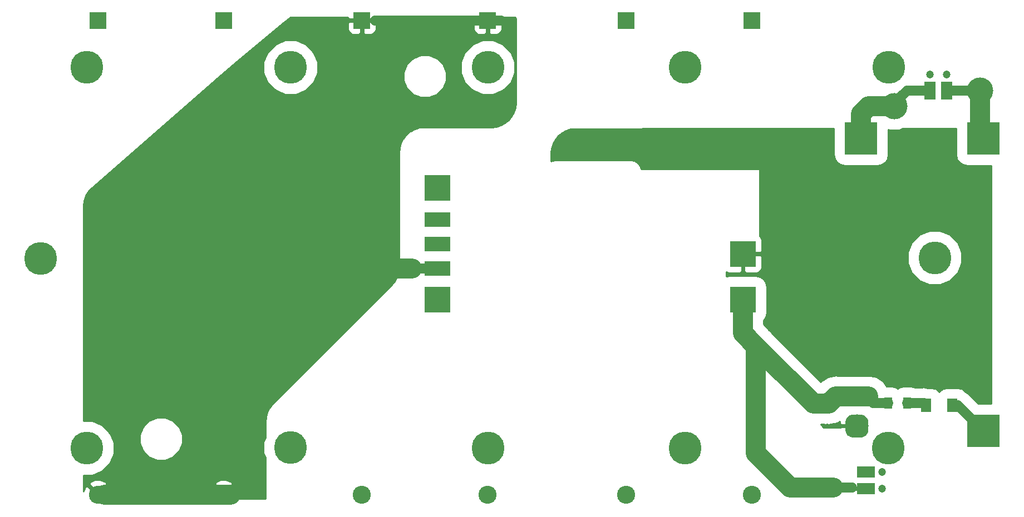
<source format=gbl>
G04 #@! TF.GenerationSoftware,KiCad,Pcbnew,(5.0.2)-1*
G04 #@! TF.CreationDate,2019-05-03T13:20:24-04:00*
G04 #@! TF.ProjectId,2p3s-pwr-pack,32703373-2d70-4777-922d-7061636b2e6b,V1*
G04 #@! TF.SameCoordinates,Original*
G04 #@! TF.FileFunction,Copper,L2,Bot*
G04 #@! TF.FilePolarity,Positive*
%FSLAX46Y46*%
G04 Gerber Fmt 4.6, Leading zero omitted, Abs format (unit mm)*
G04 Created by KiCad (PCBNEW (5.0.2)-1) date 5/3/2019 1:20:24 PM*
%MOMM*%
%LPD*%
G01*
G04 APERTURE LIST*
G04 #@! TA.AperFunction,Conductor*
%ADD10C,0.150000*%
G04 #@! TD*
G04 #@! TA.AperFunction,ComponentPad*
%ADD11C,3.500000*%
G04 #@! TD*
G04 #@! TA.AperFunction,ComponentPad*
%ADD12R,5.000000X5.000000*%
G04 #@! TD*
G04 #@! TA.AperFunction,ComponentPad*
%ADD13R,2.500000X2.500000*%
G04 #@! TD*
G04 #@! TA.AperFunction,ComponentPad*
%ADD14C,2.750000*%
G04 #@! TD*
G04 #@! TA.AperFunction,ComponentPad*
%ADD15C,1.200000*%
G04 #@! TD*
G04 #@! TA.AperFunction,ComponentPad*
%ADD16R,2.700000X1.700000*%
G04 #@! TD*
G04 #@! TA.AperFunction,ComponentPad*
%ADD17C,4.000000*%
G04 #@! TD*
G04 #@! TA.AperFunction,ComponentPad*
%ADD18R,4.000000X4.000000*%
G04 #@! TD*
G04 #@! TA.AperFunction,ComponentPad*
%ADD19R,4.000000X2.300000*%
G04 #@! TD*
G04 #@! TA.AperFunction,ComponentPad*
%ADD20C,5.000000*%
G04 #@! TD*
G04 #@! TA.AperFunction,SMDPad,CuDef*
%ADD21R,1.524000X2.000000*%
G04 #@! TD*
G04 #@! TA.AperFunction,ComponentPad*
%ADD22R,1.700000X2.700000*%
G04 #@! TD*
G04 #@! TA.AperFunction,SMDPad,CuDef*
%ADD23R,1.150000X1.700000*%
G04 #@! TD*
G04 #@! TA.AperFunction,Conductor*
%ADD24C,0.635000*%
G04 #@! TD*
G04 #@! TA.AperFunction,Conductor*
%ADD25C,1.524000*%
G04 #@! TD*
G04 #@! TA.AperFunction,Conductor*
%ADD26C,3.048000*%
G04 #@! TD*
G04 #@! TA.AperFunction,Conductor*
%ADD27C,0.254000*%
G04 #@! TD*
G04 APERTURE END LIST*
D10*
G04 #@! TO.N,GND1*
G04 #@! TO.C,MOD1*
G36*
X184493871Y-127475299D02*
X184612786Y-127492938D01*
X184729399Y-127522148D01*
X184842587Y-127562648D01*
X184951261Y-127614046D01*
X185054374Y-127675850D01*
X185150932Y-127747462D01*
X185240006Y-127828194D01*
X185320738Y-127917268D01*
X185392350Y-128013826D01*
X185454154Y-128116939D01*
X185505552Y-128225613D01*
X185546052Y-128338801D01*
X185575262Y-128455414D01*
X185592901Y-128574329D01*
X185598800Y-128694400D01*
X185598800Y-129744400D01*
X185592901Y-129864471D01*
X185575262Y-129983386D01*
X185546052Y-130099999D01*
X185505552Y-130213187D01*
X185454154Y-130321861D01*
X185392350Y-130424974D01*
X185320738Y-130521532D01*
X185240006Y-130610606D01*
X185150932Y-130691338D01*
X185054374Y-130762950D01*
X184951261Y-130824754D01*
X184842587Y-130876152D01*
X184729399Y-130916652D01*
X184612786Y-130945862D01*
X184493871Y-130963501D01*
X184373800Y-130969400D01*
X183323800Y-130969400D01*
X183203729Y-130963501D01*
X183084814Y-130945862D01*
X182968201Y-130916652D01*
X182855013Y-130876152D01*
X182746339Y-130824754D01*
X182643226Y-130762950D01*
X182546668Y-130691338D01*
X182457594Y-130610606D01*
X182376862Y-130521532D01*
X182305250Y-130424974D01*
X182243446Y-130321861D01*
X182192048Y-130213187D01*
X182151548Y-130099999D01*
X182122338Y-129983386D01*
X182104699Y-129864471D01*
X182098800Y-129744400D01*
X182098800Y-128694400D01*
X182104699Y-128574329D01*
X182122338Y-128455414D01*
X182151548Y-128338801D01*
X182192048Y-128225613D01*
X182243446Y-128116939D01*
X182305250Y-128013826D01*
X182376862Y-127917268D01*
X182457594Y-127828194D01*
X182546668Y-127747462D01*
X182643226Y-127675850D01*
X182746339Y-127614046D01*
X182855013Y-127562648D01*
X182968201Y-127522148D01*
X183084814Y-127492938D01*
X183203729Y-127475299D01*
X183323800Y-127469400D01*
X184373800Y-127469400D01*
X184493871Y-127475299D01*
X184493871Y-127475299D01*
G37*
D11*
G04 #@! TD*
G04 #@! TO.P,MOD1,3*
G04 #@! TO.N,GND1*
X183848800Y-129219400D03*
D12*
G04 #@! TO.P,MOD1,2*
G04 #@! TO.N,V_IN-*
X184500000Y-85400000D03*
G04 #@! TO.P,MOD1,1*
G04 #@! TO.N,V_IN+*
X203100000Y-85400000D03*
G04 #@! TO.P,MOD1,4*
G04 #@! TO.N,Net-(D1-Pad2)*
X203100000Y-130000000D03*
G04 #@! TD*
D13*
G04 #@! TO.P,BATT1,1*
G04 #@! TO.N,Net-(BATT1-Pad1)*
X167840001Y-67465001D03*
D14*
G04 #@! TO.P,BATT1,2*
G04 #@! TO.N,Net-(BATT1-Pad2)*
X167840001Y-139685001D03*
X148710001Y-139685001D03*
D13*
G04 #@! TO.P,BATT1,1*
G04 #@! TO.N,Net-(BATT1-Pad1)*
X148710001Y-67465001D03*
G04 #@! TD*
G04 #@! TO.P,BATT3,1*
G04 #@! TO.N,B+*
X68410001Y-67465001D03*
D14*
G04 #@! TO.P,BATT3,2*
G04 #@! TO.N,Net-(BATT2-Pad1)*
X68410001Y-139685001D03*
X87540001Y-139685001D03*
D13*
G04 #@! TO.P,BATT3,1*
G04 #@! TO.N,B+*
X87540001Y-67465001D03*
G04 #@! TD*
G04 #@! TO.P,BATT2,1*
G04 #@! TO.N,Net-(BATT2-Pad1)*
X127681600Y-67445800D03*
D14*
G04 #@! TO.P,BATT2,2*
G04 #@! TO.N,Net-(BATT1-Pad1)*
X127681600Y-139665800D03*
X108551600Y-139665800D03*
D13*
G04 #@! TO.P,BATT2,1*
G04 #@! TO.N,Net-(BATT2-Pad1)*
X108551600Y-67445800D03*
G04 #@! TD*
D15*
G04 #@! TO.P,P13,*
G04 #@! TO.N,*
X187700000Y-136230000D03*
X187700000Y-138770000D03*
D16*
G04 #@! TO.P,P13,2*
G04 #@! TO.N,GND1*
X185250000Y-136230000D03*
G04 #@! TO.P,P13,1*
G04 #@! TO.N,P+*
X185250000Y-138770000D03*
G04 #@! TD*
D17*
G04 #@! TO.P,P14,1*
G04 #@! TO.N,V_IN+*
X202565000Y-78105000D03*
G04 #@! TD*
G04 #@! TO.P,P15,1*
G04 #@! TO.N,V_IN-*
X189560200Y-80518000D03*
G04 #@! TD*
D18*
G04 #@! TO.P,MOD2,6*
G04 #@! TO.N,GND1*
X166500000Y-103000000D03*
G04 #@! TO.P,MOD2,7*
G04 #@! TO.N,P+*
X166500000Y-110000000D03*
D19*
G04 #@! TO.P,MOD2,4*
G04 #@! TO.N,Net-(MOD2-Pad4)*
X120000000Y-97750000D03*
G04 #@! TO.P,MOD2,3*
G04 #@! TO.N,Net-(BATT1-Pad1)*
X120000000Y-101500000D03*
G04 #@! TO.P,MOD2,2*
G04 #@! TO.N,Net-(BATT2-Pad1)*
X120000000Y-105250000D03*
D18*
G04 #@! TO.P,MOD2,5*
G04 #@! TO.N,Net-(BATT1-Pad2)*
X120000000Y-93000000D03*
G04 #@! TO.P,MOD2,1*
G04 #@! TO.N,B+*
X120000000Y-110000000D03*
G04 #@! TD*
D20*
G04 #@! TO.P,P1,*
G04 #@! TO.N,*
X59700000Y-103700000D03*
G04 #@! TD*
G04 #@! TO.P,P2,*
G04 #@! TO.N,*
X66700000Y-74600000D03*
G04 #@! TD*
G04 #@! TO.P,P3,*
G04 #@! TO.N,*
X66700000Y-132600000D03*
G04 #@! TD*
G04 #@! TO.P,P4,*
G04 #@! TO.N,*
X97700000Y-74600000D03*
G04 #@! TD*
G04 #@! TO.P,P5,*
G04 #@! TO.N,*
X97700000Y-132500000D03*
G04 #@! TD*
G04 #@! TO.P,P6,*
G04 #@! TO.N,*
X127700000Y-74600000D03*
G04 #@! TD*
G04 #@! TO.P,P7,*
G04 #@! TO.N,*
X127700000Y-132600000D03*
G04 #@! TD*
G04 #@! TO.P,P8,*
G04 #@! TO.N,*
X157700000Y-74600000D03*
G04 #@! TD*
G04 #@! TO.P,P9,*
G04 #@! TO.N,*
X157700000Y-132600000D03*
G04 #@! TD*
G04 #@! TO.P,P10,*
G04 #@! TO.N,*
X188700000Y-74600000D03*
G04 #@! TD*
G04 #@! TO.P,P11,*
G04 #@! TO.N,*
X188600000Y-132600000D03*
G04 #@! TD*
G04 #@! TO.P,P12,*
G04 #@! TO.N,*
X195700000Y-103600000D03*
G04 #@! TD*
D21*
G04 #@! TO.P,D1,2*
G04 #@! TO.N,Net-(D1-Pad2)*
X198380100Y-126098300D03*
G04 #@! TO.P,D1,1*
G04 #@! TO.N,Net-(D1-Pad1)*
X194380100Y-126098300D03*
G04 #@! TD*
D22*
G04 #@! TO.P,P16,1*
G04 #@! TO.N,V_IN+*
X197485000Y-78105000D03*
G04 #@! TO.P,P16,2*
G04 #@! TO.N,V_IN-*
X194945000Y-78105000D03*
D15*
G04 #@! TO.P,P16,*
G04 #@! TO.N,*
X197485000Y-75655000D03*
X194945000Y-75655000D03*
G04 #@! TD*
D23*
G04 #@! TO.P,R1,2*
G04 #@! TO.N,Net-(D1-Pad1)*
X191495000Y-125730000D03*
G04 #@! TO.P,R1,1*
G04 #@! TO.N,P+*
X188595000Y-125730000D03*
G04 #@! TD*
D24*
G04 #@! TO.N,P+*
X183265000Y-138770000D02*
X183102800Y-138607800D01*
X185250000Y-138770000D02*
X183265000Y-138770000D01*
D25*
X183102800Y-138607800D02*
X180238400Y-138607800D01*
D26*
X177275599Y-125823599D02*
X179018329Y-125823599D01*
X166500000Y-110000000D02*
X166500000Y-115048000D01*
D25*
X186334400Y-125730000D02*
X188595000Y-125730000D01*
D26*
X179018329Y-125823599D02*
X179111928Y-125730000D01*
X179018329Y-125823599D02*
X179560601Y-125823599D01*
X179560601Y-125823599D02*
X180670200Y-124714000D01*
X180670200Y-124714000D02*
X185597800Y-124714000D01*
X177787300Y-138607800D02*
X173736000Y-138607800D01*
X177787300Y-138607800D02*
X180238400Y-138607800D01*
X168503600Y-133375400D02*
X168503600Y-117051600D01*
X173736000Y-138607800D02*
X168503600Y-133375400D01*
X166500000Y-115048000D02*
X168503600Y-117051600D01*
X168503600Y-117051600D02*
X177275599Y-125823599D01*
D25*
G04 #@! TO.N,Net-(BATT2-Pad1)*
X129690001Y-67465001D02*
X110560001Y-67465001D01*
D26*
X69410001Y-139685001D02*
X88540001Y-139685001D01*
D25*
X120000000Y-105250000D02*
X117038100Y-105250000D01*
X117038100Y-105250000D02*
X117030500Y-105257600D01*
X117030500Y-105257600D02*
X116179600Y-105257600D01*
D26*
X116179600Y-105257600D02*
X116141500Y-105219500D01*
X116141500Y-105219500D02*
X111899700Y-105219500D01*
D25*
G04 #@! TO.N,Net-(D1-Pad2)*
X199198300Y-126098300D02*
X203100000Y-130000000D01*
X198380100Y-126098300D02*
X199198300Y-126098300D01*
D26*
G04 #@! TO.N,V_IN+*
X202565000Y-84865000D02*
X203100000Y-85400000D01*
X202565000Y-78105000D02*
X202565000Y-84865000D01*
D25*
X202565000Y-78105000D02*
X197485000Y-78105000D01*
G04 #@! TO.N,V_IN-*
X191465200Y-78105000D02*
X189560200Y-80010000D01*
X194945000Y-78105000D02*
X191465200Y-78105000D01*
D26*
X184500000Y-85400000D02*
X184500000Y-81692000D01*
X185674000Y-80518000D02*
X189560200Y-80518000D01*
X184500000Y-81692000D02*
X185674000Y-80518000D01*
D25*
G04 #@! TO.N,Net-(D1-Pad1)*
X194011800Y-125730000D02*
X194380100Y-126098300D01*
X191495000Y-125730000D02*
X194011800Y-125730000D01*
G04 #@! TD*
D27*
G04 #@! TO.N,Net-(BATT2-Pad1)*
G36*
X106412600Y-67033050D02*
X106634850Y-67255300D01*
X108361100Y-67255300D01*
X108361100Y-67235300D01*
X108742100Y-67235300D01*
X108742100Y-67255300D01*
X110468350Y-67255300D01*
X110690600Y-67033050D01*
X110690600Y-66952000D01*
X125542600Y-66952000D01*
X125542600Y-67033050D01*
X125764850Y-67255300D01*
X127491100Y-67255300D01*
X127491100Y-67235300D01*
X127872100Y-67235300D01*
X127872100Y-67255300D01*
X129598350Y-67255300D01*
X129820600Y-67033050D01*
X129820600Y-66952000D01*
X131917126Y-66952000D01*
X131953000Y-67316234D01*
X131953000Y-80003766D01*
X131881630Y-80728398D01*
X131672081Y-81419187D01*
X131331791Y-82055824D01*
X130873840Y-82613840D01*
X130315824Y-83071791D01*
X129679187Y-83412081D01*
X128988398Y-83621630D01*
X128263766Y-83693000D01*
X118110000Y-83693000D01*
X118097552Y-83693612D01*
X117354258Y-83766820D01*
X117329840Y-83771677D01*
X116615110Y-83988488D01*
X116592109Y-83998015D01*
X115933410Y-84350097D01*
X115912709Y-84363929D01*
X115335355Y-84837751D01*
X115317751Y-84855355D01*
X114843929Y-85432709D01*
X114830097Y-85453410D01*
X114478015Y-86112109D01*
X114468488Y-86135110D01*
X114251677Y-86849840D01*
X114246820Y-86874258D01*
X114173612Y-87617552D01*
X114173000Y-87630000D01*
X114173000Y-105095612D01*
X114101630Y-105820244D01*
X113892081Y-106511033D01*
X113551791Y-107147670D01*
X113089868Y-107710526D01*
X95006120Y-125794274D01*
X94997751Y-125803509D01*
X94523929Y-126380863D01*
X94510097Y-126401564D01*
X94158015Y-127060263D01*
X94148488Y-127083264D01*
X93931677Y-127797994D01*
X93926820Y-127822412D01*
X93853612Y-128565706D01*
X93853000Y-128578154D01*
X93853000Y-131003109D01*
X93573000Y-131679089D01*
X93573000Y-133320911D01*
X93853000Y-133996891D01*
X93853000Y-140298000D01*
X89726239Y-140298000D01*
X89821391Y-140036801D01*
X89782358Y-139136972D01*
X89513102Y-138486930D01*
X89143640Y-138350770D01*
X87809409Y-139685001D01*
X87823551Y-139699143D01*
X87554143Y-139968551D01*
X87540001Y-139954409D01*
X87525859Y-139968551D01*
X87256451Y-139699143D01*
X87270593Y-139685001D01*
X85936362Y-138350770D01*
X85566900Y-138486930D01*
X85258611Y-139333201D01*
X85297644Y-140233030D01*
X85324555Y-140298000D01*
X70596239Y-140298000D01*
X70691391Y-140036801D01*
X70652358Y-139136972D01*
X70383102Y-138486930D01*
X70013640Y-138350770D01*
X68679409Y-139685001D01*
X68693551Y-139699143D01*
X68424143Y-139968551D01*
X68410001Y-139954409D01*
X68395859Y-139968551D01*
X68126451Y-139699143D01*
X68140593Y-139685001D01*
X66806362Y-138350770D01*
X66436900Y-138486930D01*
X66167000Y-139227821D01*
X66167000Y-138081362D01*
X67075770Y-138081362D01*
X68410001Y-139415593D01*
X69744232Y-138081362D01*
X86205770Y-138081362D01*
X87540001Y-139415593D01*
X88874232Y-138081362D01*
X88738072Y-137711900D01*
X87891801Y-137403611D01*
X86991972Y-137442644D01*
X86341930Y-137711900D01*
X86205770Y-138081362D01*
X69744232Y-138081362D01*
X69608072Y-137711900D01*
X68761801Y-137403611D01*
X67861972Y-137442644D01*
X67211930Y-137711900D01*
X67075770Y-138081362D01*
X66167000Y-138081362D01*
X66167000Y-136727000D01*
X67520911Y-136727000D01*
X69037758Y-136098702D01*
X70198702Y-134937758D01*
X70827000Y-133420911D01*
X70827000Y-131779089D01*
X70309252Y-130529133D01*
X74728001Y-130529133D01*
X74728001Y-131820869D01*
X75222328Y-133014278D01*
X76135724Y-133927674D01*
X77329133Y-134422001D01*
X78620869Y-134422001D01*
X79814278Y-133927674D01*
X80727674Y-133014278D01*
X81222001Y-131820869D01*
X81222001Y-130529133D01*
X80727674Y-129335724D01*
X79814278Y-128422328D01*
X78620869Y-127928001D01*
X77329133Y-127928001D01*
X76135724Y-128422328D01*
X75222328Y-129335724D01*
X74728001Y-130529133D01*
X70309252Y-130529133D01*
X70198702Y-130262242D01*
X69037758Y-129101298D01*
X67520911Y-128473000D01*
X66167000Y-128473000D01*
X66167000Y-95715630D01*
X66250933Y-94930476D01*
X66496798Y-94187282D01*
X66894208Y-93512848D01*
X67429823Y-92932658D01*
X86408472Y-76326339D01*
X86477199Y-76267651D01*
X89463473Y-73779089D01*
X93573000Y-73779089D01*
X93573000Y-75420911D01*
X94201298Y-76937758D01*
X95362242Y-78098702D01*
X96879089Y-78727000D01*
X98520911Y-78727000D01*
X100037758Y-78098702D01*
X101198702Y-76937758D01*
X101827000Y-75420911D01*
X101827000Y-75309932D01*
X114869600Y-75309932D01*
X114869600Y-76601668D01*
X115363927Y-77795077D01*
X116277323Y-78708473D01*
X117470732Y-79202800D01*
X118762468Y-79202800D01*
X119955877Y-78708473D01*
X120869273Y-77795077D01*
X121363600Y-76601668D01*
X121363600Y-75309932D01*
X120869273Y-74116523D01*
X120531839Y-73779089D01*
X123573000Y-73779089D01*
X123573000Y-75420911D01*
X124201298Y-76937758D01*
X125362242Y-78098702D01*
X126879089Y-78727000D01*
X128520911Y-78727000D01*
X130037758Y-78098702D01*
X131198702Y-76937758D01*
X131827000Y-75420911D01*
X131827000Y-73779089D01*
X131198702Y-72262242D01*
X130037758Y-71101298D01*
X128520911Y-70473000D01*
X126879089Y-70473000D01*
X125362242Y-71101298D01*
X124201298Y-72262242D01*
X123573000Y-73779089D01*
X120531839Y-73779089D01*
X119955877Y-73203127D01*
X118762468Y-72708800D01*
X117470732Y-72708800D01*
X116277323Y-73203127D01*
X115363927Y-74116523D01*
X114869600Y-75309932D01*
X101827000Y-75309932D01*
X101827000Y-73779089D01*
X101198702Y-72262242D01*
X100037758Y-71101298D01*
X98520911Y-70473000D01*
X96879089Y-70473000D01*
X95362242Y-71101298D01*
X94201298Y-72262242D01*
X93573000Y-73779089D01*
X89463473Y-73779089D01*
X96568120Y-67858550D01*
X106412600Y-67858550D01*
X106412600Y-68872633D01*
X106547942Y-69199378D01*
X106798022Y-69449458D01*
X107124767Y-69584800D01*
X108138850Y-69584800D01*
X108361100Y-69362550D01*
X108361100Y-67636300D01*
X108742100Y-67636300D01*
X108742100Y-69362550D01*
X108964350Y-69584800D01*
X109978433Y-69584800D01*
X110305178Y-69449458D01*
X110555258Y-69199378D01*
X110690600Y-68872633D01*
X110690600Y-67858550D01*
X125542600Y-67858550D01*
X125542600Y-68872633D01*
X125677942Y-69199378D01*
X125928022Y-69449458D01*
X126254767Y-69584800D01*
X127268850Y-69584800D01*
X127491100Y-69362550D01*
X127491100Y-67636300D01*
X127872100Y-67636300D01*
X127872100Y-69362550D01*
X128094350Y-69584800D01*
X129108433Y-69584800D01*
X129435178Y-69449458D01*
X129685258Y-69199378D01*
X129820600Y-68872633D01*
X129820600Y-67858550D01*
X129598350Y-67636300D01*
X127872100Y-67636300D01*
X127491100Y-67636300D01*
X125764850Y-67636300D01*
X125542600Y-67858550D01*
X110690600Y-67858550D01*
X110468350Y-67636300D01*
X108742100Y-67636300D01*
X108361100Y-67636300D01*
X106634850Y-67636300D01*
X106412600Y-67858550D01*
X96568120Y-67858550D01*
X97655981Y-66952000D01*
X106412600Y-66952000D01*
X106412600Y-67033050D01*
X106412600Y-67033050D01*
G37*
X106412600Y-67033050D02*
X106634850Y-67255300D01*
X108361100Y-67255300D01*
X108361100Y-67235300D01*
X108742100Y-67235300D01*
X108742100Y-67255300D01*
X110468350Y-67255300D01*
X110690600Y-67033050D01*
X110690600Y-66952000D01*
X125542600Y-66952000D01*
X125542600Y-67033050D01*
X125764850Y-67255300D01*
X127491100Y-67255300D01*
X127491100Y-67235300D01*
X127872100Y-67235300D01*
X127872100Y-67255300D01*
X129598350Y-67255300D01*
X129820600Y-67033050D01*
X129820600Y-66952000D01*
X131917126Y-66952000D01*
X131953000Y-67316234D01*
X131953000Y-80003766D01*
X131881630Y-80728398D01*
X131672081Y-81419187D01*
X131331791Y-82055824D01*
X130873840Y-82613840D01*
X130315824Y-83071791D01*
X129679187Y-83412081D01*
X128988398Y-83621630D01*
X128263766Y-83693000D01*
X118110000Y-83693000D01*
X118097552Y-83693612D01*
X117354258Y-83766820D01*
X117329840Y-83771677D01*
X116615110Y-83988488D01*
X116592109Y-83998015D01*
X115933410Y-84350097D01*
X115912709Y-84363929D01*
X115335355Y-84837751D01*
X115317751Y-84855355D01*
X114843929Y-85432709D01*
X114830097Y-85453410D01*
X114478015Y-86112109D01*
X114468488Y-86135110D01*
X114251677Y-86849840D01*
X114246820Y-86874258D01*
X114173612Y-87617552D01*
X114173000Y-87630000D01*
X114173000Y-105095612D01*
X114101630Y-105820244D01*
X113892081Y-106511033D01*
X113551791Y-107147670D01*
X113089868Y-107710526D01*
X95006120Y-125794274D01*
X94997751Y-125803509D01*
X94523929Y-126380863D01*
X94510097Y-126401564D01*
X94158015Y-127060263D01*
X94148488Y-127083264D01*
X93931677Y-127797994D01*
X93926820Y-127822412D01*
X93853612Y-128565706D01*
X93853000Y-128578154D01*
X93853000Y-131003109D01*
X93573000Y-131679089D01*
X93573000Y-133320911D01*
X93853000Y-133996891D01*
X93853000Y-140298000D01*
X89726239Y-140298000D01*
X89821391Y-140036801D01*
X89782358Y-139136972D01*
X89513102Y-138486930D01*
X89143640Y-138350770D01*
X87809409Y-139685001D01*
X87823551Y-139699143D01*
X87554143Y-139968551D01*
X87540001Y-139954409D01*
X87525859Y-139968551D01*
X87256451Y-139699143D01*
X87270593Y-139685001D01*
X85936362Y-138350770D01*
X85566900Y-138486930D01*
X85258611Y-139333201D01*
X85297644Y-140233030D01*
X85324555Y-140298000D01*
X70596239Y-140298000D01*
X70691391Y-140036801D01*
X70652358Y-139136972D01*
X70383102Y-138486930D01*
X70013640Y-138350770D01*
X68679409Y-139685001D01*
X68693551Y-139699143D01*
X68424143Y-139968551D01*
X68410001Y-139954409D01*
X68395859Y-139968551D01*
X68126451Y-139699143D01*
X68140593Y-139685001D01*
X66806362Y-138350770D01*
X66436900Y-138486930D01*
X66167000Y-139227821D01*
X66167000Y-138081362D01*
X67075770Y-138081362D01*
X68410001Y-139415593D01*
X69744232Y-138081362D01*
X86205770Y-138081362D01*
X87540001Y-139415593D01*
X88874232Y-138081362D01*
X88738072Y-137711900D01*
X87891801Y-137403611D01*
X86991972Y-137442644D01*
X86341930Y-137711900D01*
X86205770Y-138081362D01*
X69744232Y-138081362D01*
X69608072Y-137711900D01*
X68761801Y-137403611D01*
X67861972Y-137442644D01*
X67211930Y-137711900D01*
X67075770Y-138081362D01*
X66167000Y-138081362D01*
X66167000Y-136727000D01*
X67520911Y-136727000D01*
X69037758Y-136098702D01*
X70198702Y-134937758D01*
X70827000Y-133420911D01*
X70827000Y-131779089D01*
X70309252Y-130529133D01*
X74728001Y-130529133D01*
X74728001Y-131820869D01*
X75222328Y-133014278D01*
X76135724Y-133927674D01*
X77329133Y-134422001D01*
X78620869Y-134422001D01*
X79814278Y-133927674D01*
X80727674Y-133014278D01*
X81222001Y-131820869D01*
X81222001Y-130529133D01*
X80727674Y-129335724D01*
X79814278Y-128422328D01*
X78620869Y-127928001D01*
X77329133Y-127928001D01*
X76135724Y-128422328D01*
X75222328Y-129335724D01*
X74728001Y-130529133D01*
X70309252Y-130529133D01*
X70198702Y-130262242D01*
X69037758Y-129101298D01*
X67520911Y-128473000D01*
X66167000Y-128473000D01*
X66167000Y-95715630D01*
X66250933Y-94930476D01*
X66496798Y-94187282D01*
X66894208Y-93512848D01*
X67429823Y-92932658D01*
X86408472Y-76326339D01*
X86477199Y-76267651D01*
X89463473Y-73779089D01*
X93573000Y-73779089D01*
X93573000Y-75420911D01*
X94201298Y-76937758D01*
X95362242Y-78098702D01*
X96879089Y-78727000D01*
X98520911Y-78727000D01*
X100037758Y-78098702D01*
X101198702Y-76937758D01*
X101827000Y-75420911D01*
X101827000Y-75309932D01*
X114869600Y-75309932D01*
X114869600Y-76601668D01*
X115363927Y-77795077D01*
X116277323Y-78708473D01*
X117470732Y-79202800D01*
X118762468Y-79202800D01*
X119955877Y-78708473D01*
X120869273Y-77795077D01*
X121363600Y-76601668D01*
X121363600Y-75309932D01*
X120869273Y-74116523D01*
X120531839Y-73779089D01*
X123573000Y-73779089D01*
X123573000Y-75420911D01*
X124201298Y-76937758D01*
X125362242Y-78098702D01*
X126879089Y-78727000D01*
X128520911Y-78727000D01*
X130037758Y-78098702D01*
X131198702Y-76937758D01*
X131827000Y-75420911D01*
X131827000Y-73779089D01*
X131198702Y-72262242D01*
X130037758Y-71101298D01*
X128520911Y-70473000D01*
X126879089Y-70473000D01*
X125362242Y-71101298D01*
X124201298Y-72262242D01*
X123573000Y-73779089D01*
X120531839Y-73779089D01*
X119955877Y-73203127D01*
X118762468Y-72708800D01*
X117470732Y-72708800D01*
X116277323Y-73203127D01*
X115363927Y-74116523D01*
X114869600Y-75309932D01*
X101827000Y-75309932D01*
X101827000Y-73779089D01*
X101198702Y-72262242D01*
X100037758Y-71101298D01*
X98520911Y-70473000D01*
X96879089Y-70473000D01*
X95362242Y-71101298D01*
X94201298Y-72262242D01*
X93573000Y-73779089D01*
X89463473Y-73779089D01*
X96568120Y-67858550D01*
X106412600Y-67858550D01*
X106412600Y-68872633D01*
X106547942Y-69199378D01*
X106798022Y-69449458D01*
X107124767Y-69584800D01*
X108138850Y-69584800D01*
X108361100Y-69362550D01*
X108361100Y-67636300D01*
X108742100Y-67636300D01*
X108742100Y-69362550D01*
X108964350Y-69584800D01*
X109978433Y-69584800D01*
X110305178Y-69449458D01*
X110555258Y-69199378D01*
X110690600Y-68872633D01*
X110690600Y-67858550D01*
X125542600Y-67858550D01*
X125542600Y-68872633D01*
X125677942Y-69199378D01*
X125928022Y-69449458D01*
X126254767Y-69584800D01*
X127268850Y-69584800D01*
X127491100Y-69362550D01*
X127491100Y-67636300D01*
X127872100Y-67636300D01*
X127872100Y-69362550D01*
X128094350Y-69584800D01*
X129108433Y-69584800D01*
X129435178Y-69449458D01*
X129685258Y-69199378D01*
X129820600Y-68872633D01*
X129820600Y-67858550D01*
X129598350Y-67636300D01*
X127872100Y-67636300D01*
X127491100Y-67636300D01*
X125764850Y-67636300D01*
X125542600Y-67858550D01*
X110690600Y-67858550D01*
X110468350Y-67636300D01*
X108742100Y-67636300D01*
X108361100Y-67636300D01*
X106634850Y-67636300D01*
X106412600Y-67858550D01*
X96568120Y-67858550D01*
X97655981Y-66952000D01*
X106412600Y-66952000D01*
X106412600Y-67033050D01*
G04 #@! TO.N,GND1*
G36*
X181209800Y-128806650D02*
X181432050Y-129028900D01*
X183658300Y-129028900D01*
X183658300Y-129008900D01*
X184039300Y-129008900D01*
X184039300Y-129028900D01*
X184059300Y-129028900D01*
X184059300Y-129409900D01*
X184039300Y-129409900D01*
X184039300Y-129413000D01*
X183658300Y-129413000D01*
X183658300Y-129409900D01*
X181432050Y-129409900D01*
X181428950Y-129413000D01*
X178727454Y-129413000D01*
X178659077Y-129247923D01*
X178385753Y-128974599D01*
X178707987Y-128974599D01*
X179018329Y-129036330D01*
X179289465Y-128982398D01*
X179560601Y-129036330D01*
X179870943Y-128974599D01*
X180790060Y-128791775D01*
X181209800Y-128511314D01*
X181209800Y-128806650D01*
X181209800Y-128806650D01*
G37*
X181209800Y-128806650D02*
X181432050Y-129028900D01*
X183658300Y-129028900D01*
X183658300Y-129008900D01*
X184039300Y-129008900D01*
X184039300Y-129028900D01*
X184059300Y-129028900D01*
X184059300Y-129409900D01*
X184039300Y-129409900D01*
X184039300Y-129413000D01*
X183658300Y-129413000D01*
X183658300Y-129409900D01*
X181432050Y-129409900D01*
X181428950Y-129413000D01*
X178727454Y-129413000D01*
X178659077Y-129247923D01*
X178385753Y-128974599D01*
X178707987Y-128974599D01*
X179018329Y-129036330D01*
X179289465Y-128982398D01*
X179560601Y-129036330D01*
X179870943Y-128974599D01*
X180790060Y-128791775D01*
X181209800Y-128511314D01*
X181209800Y-128806650D01*
G36*
X179058651Y-83934301D02*
X180341126Y-83934858D01*
X180341126Y-87900000D01*
X180467400Y-88534824D01*
X180826999Y-89073001D01*
X181365176Y-89432600D01*
X182000000Y-89558874D01*
X187000000Y-89558874D01*
X187634824Y-89432600D01*
X188173001Y-89073001D01*
X188532600Y-88534824D01*
X188658874Y-87900000D01*
X188658874Y-84070495D01*
X188838745Y-84145000D01*
X190281655Y-84145000D01*
X190778032Y-83939394D01*
X198941126Y-83942941D01*
X198941126Y-87900000D01*
X199067400Y-88534824D01*
X199426999Y-89073001D01*
X199965176Y-89432600D01*
X200600000Y-89558874D01*
X204298001Y-89558874D01*
X204298000Y-125841126D01*
X202319681Y-125841126D01*
X201053960Y-124575404D01*
X200920673Y-124375927D01*
X200370625Y-124008397D01*
X200315101Y-123925299D01*
X199776924Y-123565700D01*
X199142100Y-123439426D01*
X197618100Y-123439426D01*
X196983276Y-123565700D01*
X196445099Y-123925299D01*
X196380100Y-124022577D01*
X196315101Y-123925299D01*
X195776924Y-123565700D01*
X195142100Y-123439426D01*
X194741917Y-123439426D01*
X194247095Y-123341000D01*
X194247094Y-123341000D01*
X194011800Y-123294197D01*
X193776506Y-123341000D01*
X192672649Y-123341000D01*
X192070000Y-123221126D01*
X190920000Y-123221126D01*
X190285176Y-123347400D01*
X190045000Y-123507881D01*
X189804824Y-123347400D01*
X189170000Y-123221126D01*
X188389968Y-123221126D01*
X187869544Y-122442256D01*
X186827259Y-121745824D01*
X185908142Y-121563000D01*
X180980542Y-121563000D01*
X180670200Y-121501269D01*
X180359858Y-121563000D01*
X179440741Y-121745824D01*
X178398456Y-122442256D01*
X178379225Y-122471038D01*
X170951141Y-115042955D01*
X170775344Y-114779856D01*
X170512245Y-114604059D01*
X169651000Y-113742814D01*
X169651000Y-113187702D01*
X169673001Y-113173001D01*
X170032600Y-112634824D01*
X170158874Y-112000000D01*
X170158874Y-108000000D01*
X170032600Y-107365176D01*
X169673001Y-106826999D01*
X169134824Y-106467400D01*
X168500000Y-106341126D01*
X164500000Y-106341126D01*
X163957000Y-106449135D01*
X163957000Y-105714236D01*
X163996422Y-105753658D01*
X164323167Y-105889000D01*
X166087250Y-105889000D01*
X166309500Y-105666750D01*
X166309500Y-103190500D01*
X166690500Y-103190500D01*
X166690500Y-105666750D01*
X166912750Y-105889000D01*
X168676833Y-105889000D01*
X169003578Y-105753658D01*
X169253658Y-105503578D01*
X169389000Y-105176833D01*
X169389000Y-103412750D01*
X169166750Y-103190500D01*
X166690500Y-103190500D01*
X166309500Y-103190500D01*
X166289500Y-103190500D01*
X166289500Y-102809500D01*
X166309500Y-102809500D01*
X166309500Y-102789500D01*
X166690500Y-102789500D01*
X166690500Y-102809500D01*
X169166750Y-102809500D01*
X169197161Y-102779089D01*
X191573000Y-102779089D01*
X191573000Y-104420911D01*
X192201298Y-105937758D01*
X193362242Y-107098702D01*
X194879089Y-107727000D01*
X196520911Y-107727000D01*
X198037758Y-107098702D01*
X199198702Y-105937758D01*
X199827000Y-104420911D01*
X199827000Y-102779089D01*
X199198702Y-101262242D01*
X198037758Y-100101298D01*
X196520911Y-99473000D01*
X194879089Y-99473000D01*
X193362242Y-100101298D01*
X192201298Y-101262242D01*
X191573000Y-102779089D01*
X169197161Y-102779089D01*
X169389000Y-102587250D01*
X169389000Y-100823167D01*
X169253658Y-100496422D01*
X169037000Y-100279764D01*
X169037000Y-90170000D01*
X169027333Y-90121399D01*
X168999803Y-90080197D01*
X168958601Y-90052667D01*
X168910000Y-90043000D01*
X151011558Y-90043000D01*
X150955249Y-89759913D01*
X150579074Y-89196926D01*
X150016087Y-88820751D01*
X149519632Y-88722000D01*
X149352000Y-88688656D01*
X149184368Y-88722000D01*
X138343632Y-88722000D01*
X138176000Y-88688656D01*
X138008368Y-88722000D01*
X137511913Y-88820751D01*
X137337800Y-88937089D01*
X137337800Y-87635085D01*
X137409143Y-86910583D01*
X137618612Y-86219914D01*
X137958777Y-85583367D01*
X138416563Y-85025401D01*
X138974395Y-84567440D01*
X139610842Y-84227082D01*
X140301440Y-84017405D01*
X141025921Y-83945842D01*
X161163099Y-83939730D01*
X179055888Y-83934300D01*
X179058651Y-83934301D01*
X179058651Y-83934301D01*
G37*
X179058651Y-83934301D02*
X180341126Y-83934858D01*
X180341126Y-87900000D01*
X180467400Y-88534824D01*
X180826999Y-89073001D01*
X181365176Y-89432600D01*
X182000000Y-89558874D01*
X187000000Y-89558874D01*
X187634824Y-89432600D01*
X188173001Y-89073001D01*
X188532600Y-88534824D01*
X188658874Y-87900000D01*
X188658874Y-84070495D01*
X188838745Y-84145000D01*
X190281655Y-84145000D01*
X190778032Y-83939394D01*
X198941126Y-83942941D01*
X198941126Y-87900000D01*
X199067400Y-88534824D01*
X199426999Y-89073001D01*
X199965176Y-89432600D01*
X200600000Y-89558874D01*
X204298001Y-89558874D01*
X204298000Y-125841126D01*
X202319681Y-125841126D01*
X201053960Y-124575404D01*
X200920673Y-124375927D01*
X200370625Y-124008397D01*
X200315101Y-123925299D01*
X199776924Y-123565700D01*
X199142100Y-123439426D01*
X197618100Y-123439426D01*
X196983276Y-123565700D01*
X196445099Y-123925299D01*
X196380100Y-124022577D01*
X196315101Y-123925299D01*
X195776924Y-123565700D01*
X195142100Y-123439426D01*
X194741917Y-123439426D01*
X194247095Y-123341000D01*
X194247094Y-123341000D01*
X194011800Y-123294197D01*
X193776506Y-123341000D01*
X192672649Y-123341000D01*
X192070000Y-123221126D01*
X190920000Y-123221126D01*
X190285176Y-123347400D01*
X190045000Y-123507881D01*
X189804824Y-123347400D01*
X189170000Y-123221126D01*
X188389968Y-123221126D01*
X187869544Y-122442256D01*
X186827259Y-121745824D01*
X185908142Y-121563000D01*
X180980542Y-121563000D01*
X180670200Y-121501269D01*
X180359858Y-121563000D01*
X179440741Y-121745824D01*
X178398456Y-122442256D01*
X178379225Y-122471038D01*
X170951141Y-115042955D01*
X170775344Y-114779856D01*
X170512245Y-114604059D01*
X169651000Y-113742814D01*
X169651000Y-113187702D01*
X169673001Y-113173001D01*
X170032600Y-112634824D01*
X170158874Y-112000000D01*
X170158874Y-108000000D01*
X170032600Y-107365176D01*
X169673001Y-106826999D01*
X169134824Y-106467400D01*
X168500000Y-106341126D01*
X164500000Y-106341126D01*
X163957000Y-106449135D01*
X163957000Y-105714236D01*
X163996422Y-105753658D01*
X164323167Y-105889000D01*
X166087250Y-105889000D01*
X166309500Y-105666750D01*
X166309500Y-103190500D01*
X166690500Y-103190500D01*
X166690500Y-105666750D01*
X166912750Y-105889000D01*
X168676833Y-105889000D01*
X169003578Y-105753658D01*
X169253658Y-105503578D01*
X169389000Y-105176833D01*
X169389000Y-103412750D01*
X169166750Y-103190500D01*
X166690500Y-103190500D01*
X166309500Y-103190500D01*
X166289500Y-103190500D01*
X166289500Y-102809500D01*
X166309500Y-102809500D01*
X166309500Y-102789500D01*
X166690500Y-102789500D01*
X166690500Y-102809500D01*
X169166750Y-102809500D01*
X169197161Y-102779089D01*
X191573000Y-102779089D01*
X191573000Y-104420911D01*
X192201298Y-105937758D01*
X193362242Y-107098702D01*
X194879089Y-107727000D01*
X196520911Y-107727000D01*
X198037758Y-107098702D01*
X199198702Y-105937758D01*
X199827000Y-104420911D01*
X199827000Y-102779089D01*
X199198702Y-101262242D01*
X198037758Y-100101298D01*
X196520911Y-99473000D01*
X194879089Y-99473000D01*
X193362242Y-100101298D01*
X192201298Y-101262242D01*
X191573000Y-102779089D01*
X169197161Y-102779089D01*
X169389000Y-102587250D01*
X169389000Y-100823167D01*
X169253658Y-100496422D01*
X169037000Y-100279764D01*
X169037000Y-90170000D01*
X169027333Y-90121399D01*
X168999803Y-90080197D01*
X168958601Y-90052667D01*
X168910000Y-90043000D01*
X151011558Y-90043000D01*
X150955249Y-89759913D01*
X150579074Y-89196926D01*
X150016087Y-88820751D01*
X149519632Y-88722000D01*
X149352000Y-88688656D01*
X149184368Y-88722000D01*
X138343632Y-88722000D01*
X138176000Y-88688656D01*
X138008368Y-88722000D01*
X137511913Y-88820751D01*
X137337800Y-88937089D01*
X137337800Y-87635085D01*
X137409143Y-86910583D01*
X137618612Y-86219914D01*
X137958777Y-85583367D01*
X138416563Y-85025401D01*
X138974395Y-84567440D01*
X139610842Y-84227082D01*
X140301440Y-84017405D01*
X141025921Y-83945842D01*
X161163099Y-83939730D01*
X179055888Y-83934300D01*
X179058651Y-83934301D01*
G04 #@! TD*
M02*

</source>
